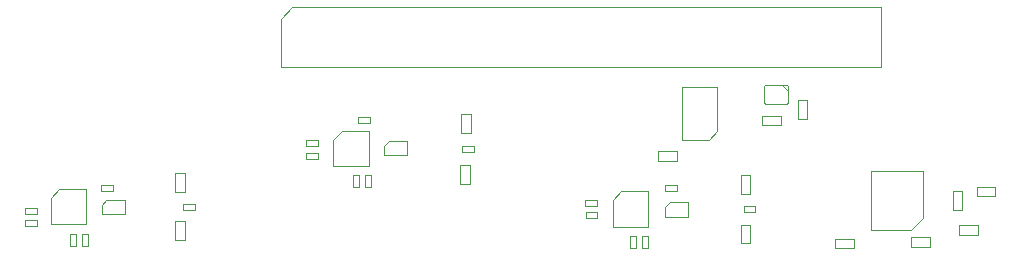
<source format=gbr>
%TF.GenerationSoftware,KiCad,Pcbnew,7.0.8*%
%TF.CreationDate,2024-02-06T22:23:07+01:00*%
%TF.ProjectId,HatV3,48617456-332e-46b6-9963-61645f706362,V2*%
%TF.SameCoordinates,Original*%
%TF.FileFunction,AssemblyDrawing,Top*%
%FSLAX46Y46*%
G04 Gerber Fmt 4.6, Leading zero omitted, Abs format (unit mm)*
G04 Created by KiCad (PCBNEW 7.0.8) date 2024-02-06 22:23:07*
%MOMM*%
%LPD*%
G01*
G04 APERTURE LIST*
%ADD10C,0.100000*%
G04 APERTURE END LIST*
D10*
%TO.C,C11*%
X166484400Y-102981000D02*
X168084400Y-102981000D01*
X166484400Y-103781000D02*
X166484400Y-102981000D01*
X168084400Y-102981000D02*
X168084400Y-103781000D01*
X168084400Y-103781000D02*
X166484400Y-103781000D01*
%TO.C,J5*%
X125700438Y-98855962D02*
X125700438Y-94775962D01*
X176500438Y-98855962D02*
X125700438Y-98855962D01*
X125700438Y-94775962D02*
X126700438Y-93775962D01*
X126700438Y-93775962D02*
X176500438Y-93775962D01*
X176500438Y-93775962D02*
X176500438Y-98855962D01*
%TO.C,U6*%
X180083900Y-111648800D02*
X179083900Y-112648800D01*
X180083900Y-107648800D02*
X180083900Y-111648800D01*
X179083900Y-112648800D02*
X175683900Y-112648800D01*
X175683900Y-112648800D02*
X175683900Y-107648800D01*
X175683900Y-107648800D02*
X180083900Y-107648800D01*
%TO.C,C2*%
X109390822Y-112977822D02*
X109390822Y-113977822D01*
X108890822Y-112977822D02*
X109390822Y-112977822D01*
X109390822Y-113977822D02*
X108890822Y-113977822D01*
X108890822Y-113977822D02*
X108890822Y-112977822D01*
%TO.C,FL3*%
X160231778Y-110326378D02*
X160231778Y-111526378D01*
X158631778Y-110326378D02*
X160231778Y-110326378D01*
X158631778Y-110326378D02*
X158231778Y-110721378D01*
X158231778Y-110721378D02*
X158231778Y-111526378D01*
X158231778Y-111526378D02*
X160231778Y-111526378D01*
%TO.C,C21*%
X152519000Y-111629000D02*
X151519000Y-111629000D01*
X152519000Y-111129000D02*
X152519000Y-111629000D01*
X151519000Y-111629000D02*
X151519000Y-111129000D01*
X151519000Y-111129000D02*
X152519000Y-111129000D01*
%TO.C,C8*%
X128871600Y-105533000D02*
X127871600Y-105533000D01*
X128871600Y-105033000D02*
X128871600Y-105533000D01*
X127871600Y-105533000D02*
X127871600Y-105033000D01*
X127871600Y-105033000D02*
X128871600Y-105033000D01*
%TO.C,C5*%
X117460022Y-110472222D02*
X118460022Y-110472222D01*
X117460022Y-110972222D02*
X117460022Y-110472222D01*
X118460022Y-110472222D02*
X118460022Y-110972222D01*
X118460022Y-110972222D02*
X117460022Y-110972222D01*
%TO.C,C15*%
X183122500Y-112274400D02*
X184722500Y-112274400D01*
X183122500Y-113074400D02*
X183122500Y-112274400D01*
X184722500Y-112274400D02*
X184722500Y-113074400D01*
X184722500Y-113074400D02*
X183122500Y-113074400D01*
%TO.C,C7*%
X133360022Y-108042022D02*
X133360022Y-109042022D01*
X132860022Y-108042022D02*
X133360022Y-108042022D01*
X133360022Y-109042022D02*
X132860022Y-109042022D01*
X132860022Y-109042022D02*
X132860022Y-108042022D01*
%TO.C,FL1*%
X112550022Y-110122222D02*
X112550022Y-111322222D01*
X110950022Y-110122222D02*
X112550022Y-110122222D01*
X110950022Y-110122222D02*
X110550022Y-110517222D01*
X110550022Y-110517222D02*
X110550022Y-111322222D01*
X110550022Y-111322222D02*
X112550022Y-111322222D01*
%TO.C,C20*%
X156823978Y-113186578D02*
X156823978Y-114186578D01*
X156323978Y-113186578D02*
X156823978Y-113186578D01*
X156823978Y-114186578D02*
X156323978Y-114186578D01*
X156323978Y-114186578D02*
X156323978Y-113186578D01*
%TO.C,C16*%
X184618900Y-108997800D02*
X186218900Y-108997800D01*
X184618900Y-109797800D02*
X184618900Y-108997800D01*
X186218900Y-108997800D02*
X186218900Y-109797800D01*
X186218900Y-109797800D02*
X184618900Y-109797800D01*
%TO.C,U5*%
X162689800Y-100549600D02*
X162689800Y-104299600D01*
X162689800Y-100549600D02*
X159689800Y-100549600D01*
X161939800Y-105049600D02*
X162689800Y-104299600D01*
X159689800Y-105049600D02*
X161939800Y-105049600D01*
X159689800Y-100549600D02*
X159689800Y-105049600D01*
%TO.C,R6*%
X141727122Y-107139022D02*
X141727122Y-108739022D01*
X140902122Y-107139022D02*
X141727122Y-107139022D01*
X141727122Y-108739022D02*
X140902122Y-108739022D01*
X140902122Y-108739022D02*
X140902122Y-107139022D01*
%TO.C,C23*%
X164903778Y-110657378D02*
X165903778Y-110657378D01*
X164903778Y-111157378D02*
X164903778Y-110657378D01*
X165903778Y-110657378D02*
X165903778Y-111157378D01*
X165903778Y-111157378D02*
X164903778Y-111157378D01*
%TO.C,R1*%
X110478222Y-108826622D02*
X111528222Y-108826622D01*
X110478222Y-109366622D02*
X110478222Y-108826622D01*
X111528222Y-108826622D02*
X111528222Y-109366622D01*
X111528222Y-109366622D02*
X110478222Y-109366622D01*
%TO.C,R9*%
X165463278Y-112202378D02*
X165463278Y-113802378D01*
X164638278Y-112202378D02*
X165463278Y-112202378D01*
X165463278Y-113802378D02*
X164638278Y-113802378D01*
X164638278Y-113802378D02*
X164638278Y-112202378D01*
%TO.C,C6*%
X132296022Y-108042022D02*
X132296022Y-109042022D01*
X131796022Y-108042022D02*
X132296022Y-108042022D01*
X132296022Y-109042022D02*
X131796022Y-109042022D01*
X131796022Y-109042022D02*
X131796022Y-108042022D01*
%TO.C,U1*%
X106226422Y-109931222D02*
X106976422Y-109181222D01*
X106226422Y-112181222D02*
X106226422Y-109931222D01*
X106976422Y-109181222D02*
X109226422Y-109181222D01*
X109226422Y-109181222D02*
X109226422Y-112181222D01*
X109226422Y-112181222D02*
X106226422Y-112181222D01*
%TO.C,R8*%
X165463278Y-108012378D02*
X165463278Y-109612378D01*
X164638278Y-108012378D02*
X165463278Y-108012378D01*
X165463278Y-109612378D02*
X164638278Y-109612378D01*
X164638278Y-109612378D02*
X164638278Y-108012378D01*
%TO.C,Y1*%
X168648800Y-101857000D02*
X168548800Y-101957000D01*
X168648800Y-100857000D02*
X168148800Y-100357000D01*
X168648800Y-100457000D02*
X168648800Y-101857000D01*
X168548800Y-101957000D02*
X166748800Y-101957000D01*
X168548800Y-100357000D02*
X168648800Y-100457000D01*
X166748800Y-101957000D02*
X166648800Y-101857000D01*
X166748800Y-100357000D02*
X168548800Y-100357000D01*
X166648800Y-101857000D02*
X166648800Y-100457000D01*
X166648800Y-100457000D02*
X166748800Y-100357000D01*
%TO.C,C19*%
X155807978Y-113158578D02*
X155807978Y-114158578D01*
X155307978Y-113158578D02*
X155807978Y-113158578D01*
X155807978Y-114158578D02*
X155307978Y-114158578D01*
X155307978Y-114158578D02*
X155307978Y-113158578D01*
%TO.C,C17*%
X180657400Y-114065000D02*
X179057400Y-114065000D01*
X180657400Y-113265000D02*
X180657400Y-114065000D01*
X179057400Y-114065000D02*
X179057400Y-113265000D01*
X179057400Y-113265000D02*
X180657400Y-113265000D01*
%TO.C,R5*%
X141777922Y-102821022D02*
X141777922Y-104421022D01*
X140952922Y-102821022D02*
X141777922Y-102821022D01*
X141777922Y-104421022D02*
X140952922Y-104421022D01*
X140952922Y-104421022D02*
X140952922Y-102821022D01*
%TO.C,C14*%
X174232300Y-114217400D02*
X172632300Y-114217400D01*
X174232300Y-113417400D02*
X174232300Y-114217400D01*
X172632300Y-114217400D02*
X172632300Y-113417400D01*
X172632300Y-113417400D02*
X174232300Y-113417400D01*
%TO.C,C22*%
X152491000Y-110613000D02*
X151491000Y-110613000D01*
X152491000Y-110113000D02*
X152491000Y-110613000D01*
X151491000Y-110613000D02*
X151491000Y-110113000D01*
X151491000Y-110113000D02*
X152491000Y-110113000D01*
%TO.C,C12*%
X170275200Y-101693100D02*
X170275200Y-103293100D01*
X169475200Y-101693100D02*
X170275200Y-101693100D01*
X170275200Y-103293100D02*
X169475200Y-103293100D01*
X169475200Y-103293100D02*
X169475200Y-101693100D01*
%TO.C,C3*%
X105049000Y-112314800D02*
X104049000Y-112314800D01*
X105049000Y-111814800D02*
X105049000Y-112314800D01*
X104049000Y-112314800D02*
X104049000Y-111814800D01*
X104049000Y-111814800D02*
X105049000Y-111814800D01*
%TO.C,R2*%
X117570322Y-107878022D02*
X117570322Y-109478022D01*
X116745322Y-107878022D02*
X117570322Y-107878022D01*
X117570322Y-109478022D02*
X116745322Y-109478022D01*
X116745322Y-109478022D02*
X116745322Y-107878022D01*
%TO.C,R3*%
X117570322Y-111942022D02*
X117570322Y-113542022D01*
X116745322Y-111942022D02*
X117570322Y-111942022D01*
X117570322Y-113542022D02*
X116745322Y-113542022D01*
X116745322Y-113542022D02*
X116745322Y-111942022D01*
%TO.C,R7*%
X158207978Y-108844578D02*
X159257978Y-108844578D01*
X158207978Y-109384578D02*
X158207978Y-108844578D01*
X159257978Y-108844578D02*
X159257978Y-109384578D01*
X159257978Y-109384578D02*
X158207978Y-109384578D01*
%TO.C,C4*%
X105049000Y-111298800D02*
X104049000Y-111298800D01*
X105049000Y-110798800D02*
X105049000Y-111298800D01*
X104049000Y-111298800D02*
X104049000Y-110798800D01*
X104049000Y-110798800D02*
X105049000Y-110798800D01*
%TO.C,C10*%
X141053422Y-105546022D02*
X142053422Y-105546022D01*
X141053422Y-106046022D02*
X141053422Y-105546022D01*
X142053422Y-105546022D02*
X142053422Y-106046022D01*
X142053422Y-106046022D02*
X141053422Y-106046022D01*
%TO.C,C18*%
X183432400Y-109334400D02*
X183432400Y-110934400D01*
X182632400Y-109334400D02*
X183432400Y-109334400D01*
X183432400Y-110934400D02*
X182632400Y-110934400D01*
X182632400Y-110934400D02*
X182632400Y-109334400D01*
%TO.C,C13*%
X159270600Y-106800600D02*
X157670600Y-106800600D01*
X159270600Y-106000600D02*
X159270600Y-106800600D01*
X157670600Y-106800600D02*
X157670600Y-106000600D01*
X157670600Y-106000600D02*
X159270600Y-106000600D01*
%TO.C,U7*%
X153803978Y-110153578D02*
X154553978Y-109403578D01*
X153803978Y-112403578D02*
X153803978Y-110153578D01*
X154553978Y-109403578D02*
X156803978Y-109403578D01*
X156803978Y-109403578D02*
X156803978Y-112403578D01*
X156803978Y-112403578D02*
X153803978Y-112403578D01*
%TO.C,C9*%
X128871600Y-106676000D02*
X127871600Y-106676000D01*
X128871600Y-106176000D02*
X128871600Y-106676000D01*
X127871600Y-106676000D02*
X127871600Y-106176000D01*
X127871600Y-106176000D02*
X128871600Y-106176000D01*
%TO.C,R4*%
X133290800Y-103622600D02*
X132240800Y-103622600D01*
X133290800Y-103082600D02*
X133290800Y-103622600D01*
X132240800Y-103622600D02*
X132240800Y-103082600D01*
X132240800Y-103082600D02*
X133290800Y-103082600D01*
%TO.C,C1*%
X108374822Y-112977822D02*
X108374822Y-113977822D01*
X107874822Y-112977822D02*
X108374822Y-112977822D01*
X108374822Y-113977822D02*
X107874822Y-113977822D01*
X107874822Y-113977822D02*
X107874822Y-112977822D01*
%TO.C,FL2*%
X136435022Y-105154622D02*
X136435022Y-106354622D01*
X134835022Y-105154622D02*
X136435022Y-105154622D01*
X134835022Y-105154622D02*
X134435022Y-105549622D01*
X134435022Y-105549622D02*
X134435022Y-106354622D01*
X134435022Y-106354622D02*
X136435022Y-106354622D01*
%TO.C,U3*%
X130160022Y-105005022D02*
X130910022Y-104255022D01*
X130160022Y-107255022D02*
X130160022Y-105005022D01*
X130910022Y-104255022D02*
X133160022Y-104255022D01*
X133160022Y-104255022D02*
X133160022Y-107255022D01*
X133160022Y-107255022D02*
X130160022Y-107255022D01*
%TD*%
M02*

</source>
